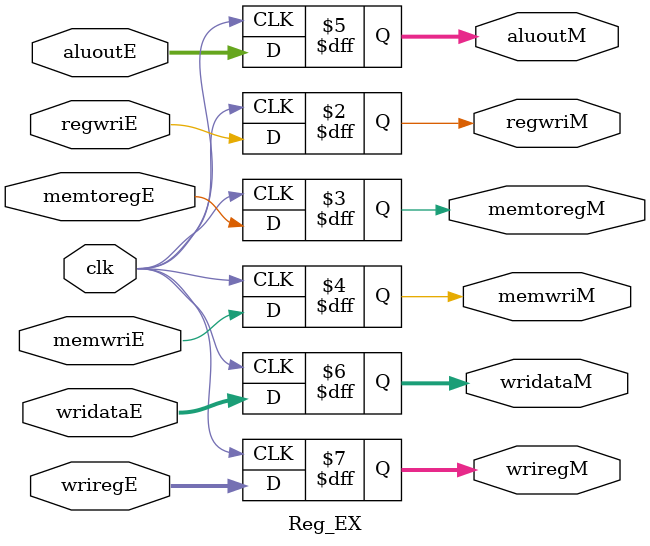
<source format=v>
`timescale 1ns / 1ps

module Reg_EX(clk,regwriE,memtoregE,memwriE,aluoutE,wridataE,wriregE,regwriM,memtoregM,memwriM,aluoutM,wridataM,wriregM
    );
input clk,regwriE,memtoregE,memwriE;
input[31:0] aluoutE,wridataE;
input[4:0] wriregE;
output reg regwriM,memtoregM,memwriM;
output reg[31:0] aluoutM,wridataM;
output reg[4:0] wriregM;

always@(posedge clk)begin
		regwriM=regwriE;memtoregM=memtoregE;memwriM=memwriE;aluoutM=aluoutE;wridataM=wridataE;wriregM=wriregE;
end

endmodule

</source>
